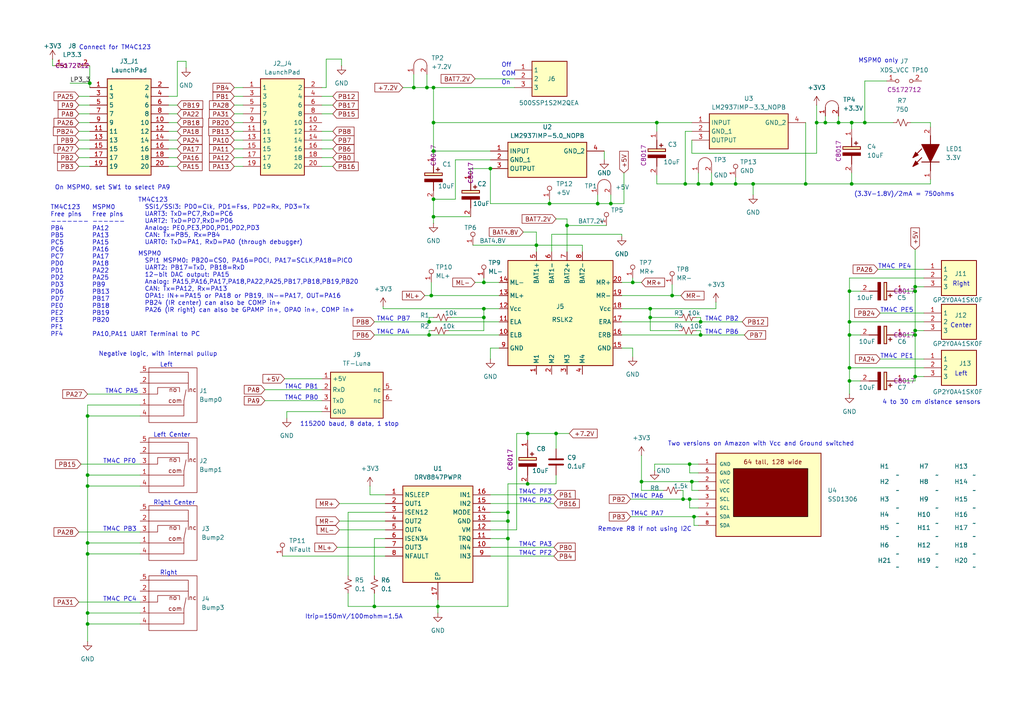
<source format=kicad_sch>
(kicad_sch (version 20250114) (generator "eeschema") (generator_version "9.0")
  (paper "A4")
  (title_block (title "Robotics System Learning Kit") (date "2024-07-03") (rev "v2.0.1") (company "The University of Texas at Austin"))
  (text "TM4C PB7" (at 109.22 93.345 0) (effects (font (size 1.27 1.27)) (justify left bottom)))
  (text "TM4C PE5" (at 255.27 90.805 0) (effects (font (size 1.27 1.27)) (justify left bottom)))
  (text "Negative logic, with internal pullup" (at 28.575 103.505 0) (effects (font (size 1.27 1.27)) (justify left bottom)))
  (text "TM4C PF2" (at 150.495 161.29 0) (effects (font (size 1.27 1.27)) (justify left bottom)))
  (text "TM4C PC4" (at 29.845 174.625 0) (effects (font (size 1.27 1.27)) (justify left bottom)))
  (text "115200 baud, 8 data, 1 stop" (at 86.995 123.825 0) (effects (font (size 1.27 1.27)) (justify left bottom)))
  (text "Right" (at 276.225 83.185 0) (effects (font (size 1.27 1.27)) (justify left bottom)))
  (text "TM4C PA3" (at 150.495 158.75 0) (effects (font (size 1.27 1.27)) (justify left bottom)))
  (text "MSPM0 \nFree pins\n------\nPA12    \nPA13    \nPA15 \nPA16    \nPA17    \nPA18    \nPA22    \nPA25    \nPB9     \nPB13   \nPB17     \nPB18    \nPB19    \nPB20    \n\nPA10,PA11 UART Terminal to PC" (at 26.67 97.79 0) (effects (font (size 1.27 1.27)) (justify left bottom)))
  (text "On" (at 145.415 24.765 0) (effects (font (size 1.27 1.27)) (justify left bottom)))
  (text "TM4C PB2" (at 204.47 93.345 0) (effects (font (size 1.27 1.27)) (justify left bottom)))
  (text "TM4C123 \nFree pins\n-------\nPB4 \nPB5  \nPC5\nPC6\nPC7\nPD0\nPD1\nPD2\nPD3\nPD6\nPD7\nPE0\nPE2\nPE3\nPF1\nPF4" (at 14.605 97.79 0) (effects (font (size 1.27 1.27)) (justify left bottom)))
  (text "TM4C PA4" (at 109.22 97.155 0) (effects (font (size 1.27 1.27)) (justify left bottom)))
  (text "Left Center" (at 44.45 127 0) (effects (font (size 1.27 1.27)) (justify left bottom)))
  (text "Connect for TM4C123" (at 43.815 14.605 0) (effects (font (size 1.27 1.27)) (justify right bottom)))
  (text "Left" (at 46.355 106.68 0) (effects (font (size 1.27 1.27)) (justify left bottom)))
  (text "TM4C PF3" (at 150.495 143.51 0) (effects (font (size 1.27 1.27)) (justify left bottom)))
  (text "TM4C PA6" (at 182.88 144.78 0) (effects (font (size 1.27 1.27)) (justify left bottom)))
  (text "MSPM0 \n  SPI1 MSPM0: PB20=CS0, PA16=POCI, PA17=SCLK,PA18=PICO\n  UART2: PB17=TxD, PB18=RxD\n  12-bit DAC output: PA15 \n  Analog: PA15,PA16,PA17,PA18,PA22,PA25,PB17,PB18,PB19,PB20\n  CAN: Tx=PA12, Rx=PA13\n  OPA1: IN+=PA15 or PA18 or PB19, IN-=PA17, OUT=PA16\n  PB24 (IR center) can also be COMP in+\n  PA26 (IR right) can also be GPAMP in+, OPA0 in+, COMP in+" (at 40.005 90.805 0) (effects (font (size 1.27 1.27)) (justify left bottom)))
  (text "TM4C PB1" (at 82.55 113.03 0) (effects (font (size 1.27 1.27)) (justify left bottom)))
  (text "TM4C PF0" (at 29.845 134.62 0) (effects (font (size 1.27 1.27)) (justify left bottom)))
  (text "Two versions on Amazon with Vcc and Ground switched" (at 193.675 129.54 0) (effects (font (size 1.27 1.27)) (justify left bottom)))
  (text "Itrip=150mV/100mohm=1.5A" (at 116.84 179.705 0) (effects (font (size 1.27 1.27)) (justify right bottom)))
  (text "TM4C PA5" (at 30.48 114.3 0) (effects (font (size 1.27 1.27)) (justify left bottom)))
  (text "Off" (at 145.415 19.685 0) (effects (font (size 1.27 1.27)) (justify left bottom)))
  (text "4 to 30 cm distance sensors" (at 255.905 117.475 0) (effects (font (size 1.27 1.27)) (justify left bottom)))
  (text "TM4C PB6" (at 204.47 97.155 0) (effects (font (size 1.27 1.27)) (justify left bottom)))
  (text "On MSPM0, set SW1 to select PA9" (at 15.875 55.245 0) (effects (font (size 1.27 1.27)) (justify left bottom)))
  (text "Left" (at 276.86 109.22 0) (effects (font (size 1.27 1.27)) (justify left bottom)))
  (text "Remove R8 if not using I2C" (at 173.355 154.305 0) (effects (font (size 1.27 1.27)) (justify left bottom)))
  (text "TM4C PB0" (at 82.55 116.205 0) (effects (font (size 1.27 1.27)) (justify left bottom)))
  (text "Right Center" (at 44.45 146.685 0) (effects (font (size 1.27 1.27)) (justify left bottom)))
  (text "Center" (at 275.59 95.25 0) (effects (font (size 1.27 1.27)) (justify left bottom)))
  (text "TM4C PE4" (at 254.635 78.105 0) (effects (font (size 1.27 1.27)) (justify left bottom)))
  (text "(3.3V-1.8V)/2mA = 750ohms" (at 276.86 57.15 0) (effects (font (size 1.27 1.27)) (justify right bottom)))
  (text "TM4C PB3" (at 29.845 154.305 0) (effects (font (size 1.27 1.27)) (justify left bottom)))
  (text "TM4C PA7" (at 182.88 149.86 0) (effects (font (size 1.27 1.27)) (justify left bottom)))
  (text "MSPM0 only" (at 248.92 18.415 0) (effects (font (size 1.27 1.27)) (justify left bottom)))
  (text "Right" (at 46.355 167.005 0) (effects (font (size 1.27 1.27)) (justify left bottom)))
  (text "COM" (at 145.415 22.225 0) (effects (font (size 1.27 1.27)) (justify left bottom)))
  (text "TM4C PE1" (at 255.27 104.14 0) (effects (font (size 1.27 1.27)) (justify left bottom)))
  (text "TM4C PA2" (at 150.495 146.05 0) (effects (font (size 1.27 1.27)) (justify left bottom)))
  (text "TM4C123\n  SSI1/SSI3: PD0=Clk, PD1=Fss, PD2=Rx, PD3=Tx\n  UART3: TxD=PC7,RxD=PC6\n  UART2: TxD=PD7,RxD=PD6\n  Analog: PE0,PE3,PD0,PD1,PD2,PD3\n  CAN: Tx=PB5, Rx=PB4\n  UART0: TxD=PA1, RxD=PA0 (through debugger)" (at 40.005 71.12 0) (effects (font (size 1.27 1.27)) (justify left bottom)))
  (junction (at 140.335 92.075))
  (junction (at 183.515 81.915))
  (junction (at 153.035 140.335))
  (junction (at 140.335 89.535))
  (junction (at 265.43 84.455))
  (junction (at 198.12 144.78))
  (junction (at 155.575 71.12))
  (junction (at 239.395 35.56))
  (junction (at 247.015 35.56))
  (junction (at 164.465 65.405))
  (junction (at 25.4 177.8))
  (junction (at 108.585 175.895))
  (junction (at 198.755 53.34))
  (junction (at 125.73 62.865))
  (junction (at 190.5 35.56))
  (junction (at 161.29 125.73))
  (junction (at 147.32 151.13))
  (junction (at 236.855 35.56))
  (junction (at 25.4 137.795))
  (junction (at 147.32 148.59))
  (junction (at 201.295 149.86))
  (junction (at 159.385 59.055))
  (junction (at 200.025 134.62))
  (junction (at 186.055 139.7))
  (junction (at 125.73 35.56))
  (junction (at 213.36 53.34))
  (junction (at 25.4 180.975))
  (junction (at 120.015 25.4))
  (junction (at 265.43 109.22))
  (junction (at 25.4 120.65))
  (junction (at 124.46 97.155))
  (junction (at 246.38 97.155))
  (junction (at 243.205 35.56))
  (junction (at 206.375 53.34))
  (junction (at 124.46 93.345))
  (junction (at 125.73 43.815))
  (junction (at 200.66 139.7))
  (junction (at 233.68 53.34))
  (junction (at 142.24 48.895))
  (junction (at 203.2 97.155))
  (junction (at 246.38 84.455))
  (junction (at 153.035 125.73))
  (junction (at 202.565 53.34))
  (junction (at 265.43 95.885))
  (junction (at 177.165 59.055))
  (junction (at 125.095 85.725))
  (junction (at 246.38 93.345))
  (junction (at 188.595 92.075))
  (junction (at 127 175.895))
  (junction (at 140.335 81.915))
  (junction (at 123.825 25.4))
  (junction (at 25.4 160.655))
  (junction (at 247.015 53.34))
  (junction (at 265.43 97.155))
  (junction (at 246.38 110.49))
  (junction (at 125.73 57.785))
  (junction (at 194.945 85.725))
  (junction (at 173.355 59.055))
  (junction (at 250.825 35.56))
  (junction (at 218.44 53.34))
  (junction (at 25.4 157.48))
  (junction (at 246.38 106.68))
  (junction (at 188.595 89.535))
  (junction (at 200.025 144.78))
  (junction (at 147.32 156.21))
  (junction (at 203.2 93.345))
  (junction (at 26.035 24.13))
  (junction (at 125.73 25.4))
  (junction (at 25.4 140.97))
  (junction (at 265.43 83.185))
  (wire (pts (xy 98.425 153.67) (xy 111.76 153.67)))
  (wire (pts (xy 149.86 125.73) (xy 153.035 125.73)))
  (wire (pts (xy 93.345 45.72) (xy 96.52 45.72)))
  (wire (pts (xy 140.335 81.915) (xy 144.78 81.915)))
  (wire (pts (xy 250.825 35.56) (xy 259.08 35.56)))
  (wire (pts (xy 168.91 71.12) (xy 168.91 73.025)))
  (wire (pts (xy 265.43 84.455) (xy 265.43 95.885)))
  (wire (pts (xy 180.34 97.155) (xy 203.2 97.155)))
  (wire (pts (xy 132.08 46.355) (xy 132.08 57.785)))
  (wire (pts (xy 255.27 104.14) (xy 267.97 104.14)))
  (wire (pts (xy 136.525 48.895) (xy 136.525 50.165)))
  (wire (pts (xy 25.4 177.8) (xy 25.4 160.655)))
  (wire (pts (xy 125.73 92.075) (xy 124.46 92.075)))
  (wire (pts (xy 108.585 156.21) (xy 108.585 167.005)))
  (wire (pts (xy 93.345 40.64) (xy 96.52 40.64)))
  (wire (pts (xy 67.945 45.72) (xy 70.485 45.72)))
  (wire (pts (xy 142.24 146.05) (xy 160.655 146.05)))
  (wire (pts (xy 160.02 67.945) (xy 160.02 73.025)))
  (wire (pts (xy 206.375 50.165) (xy 206.375 53.34)))
  (wire (pts (xy 206.375 53.34) (xy 213.36 53.34)))
  (wire (pts (xy 137.795 22.86) (xy 149.225 22.86)))
  (wire (pts (xy 108.585 97.155) (xy 124.46 97.155)))
  (wire (pts (xy 218.44 53.34) (xy 233.68 53.34)))
  (wire (pts (xy 93.345 30.48) (xy 96.52 30.48)))
  (wire (pts (xy 48.895 38.1) (xy 51.435 38.1)))
  (wire (pts (xy 147.32 140.335) (xy 147.32 148.59)))
  (wire (pts (xy 140.335 92.075) (xy 140.335 89.535)))
  (wire (pts (xy 246.38 110.49) (xy 246.38 114.3)))
  (wire (pts (xy 246.38 80.645) (xy 246.38 84.455)))
  (wire (pts (xy 140.335 95.885) (xy 140.335 92.075)))
  (wire (pts (xy 25.4 177.8) (xy 40.64 177.8)))
  (wire (pts (xy 236.855 35.56) (xy 239.395 35.56)))
  (wire (pts (xy 25.4 140.97) (xy 40.64 140.97)))
  (wire (pts (xy 164.465 65.405) (xy 164.465 73.025)))
  (wire (pts (xy 165.1 125.73) (xy 161.29 125.73)))
  (wire (pts (xy 196.85 95.885) (xy 188.595 95.885)))
  (wire (pts (xy 67.945 43.18) (xy 70.485 43.18)))
  (wire (pts (xy 124.46 97.155) (xy 144.78 97.155)))
  (wire (pts (xy 22.86 30.48) (xy 26.035 30.48)))
  (wire (pts (xy 125.73 25.4) (xy 149.225 25.4)))
  (wire (pts (xy 67.945 48.26) (xy 70.485 48.26)))
  (wire (pts (xy 147.32 148.59) (xy 147.32 151.13)))
  (wire (pts (xy 200.66 40.64) (xy 200.66 44.45)))
  (wire (pts (xy 250.825 23.495) (xy 250.825 35.56)))
  (wire (pts (xy 22.86 174.625) (xy 40.64 174.625)))
  (wire (pts (xy 183.515 100.965) (xy 180.34 100.965)))
  (wire (pts (xy 194.945 82.55) (xy 194.945 85.725)))
  (wire (pts (xy 142.24 158.75) (xy 160.655 158.75)))
  (wire (pts (xy 155.575 71.12) (xy 155.575 73.025)))
  (wire (pts (xy 246.38 97.155) (xy 249.555 97.155)))
  (wire (pts (xy 125.73 43.815) (xy 125.73 35.56)))
  (wire (pts (xy 25.4 137.795) (xy 40.64 137.795)))
  (wire (pts (xy 144.78 89.535) (xy 140.335 89.535)))
  (wire (pts (xy 125.095 95.885) (xy 124.46 95.885)))
  (wire (pts (xy 200.66 38.1) (xy 198.755 38.1)))
  (wire (pts (xy 188.595 92.075) (xy 188.595 89.535)))
  (wire (pts (xy 164.465 63.5) (xy 164.465 65.405)))
  (wire (pts (xy 25.4 117.475) (xy 40.64 117.475)))
  (wire (pts (xy 123.825 25.4) (xy 125.73 25.4)))
  (wire (pts (xy 25.4 180.975) (xy 25.4 177.8)))
  (wire (pts (xy 130.175 95.885) (xy 140.335 95.885)))
  (wire (pts (xy 247.015 53.34) (xy 269.875 53.34)))
  (wire (pts (xy 203.2 93.345) (xy 215.265 93.345)))
  (wire (pts (xy 161.29 63.5) (xy 164.465 63.5)))
  (wire (pts (xy 188.595 89.535) (xy 207.645 89.535)))
  (wire (pts (xy 186.055 132.08) (xy 186.055 139.7)))
  (wire (pts (xy 262.255 84.455) (xy 265.43 84.455)))
  (wire (pts (xy 111.76 156.21) (xy 108.585 156.21)))
  (wire (pts (xy 93.345 25.4) (xy 94.615 25.4)))
  (wire (pts (xy 155.575 71.12) (xy 168.91 71.12)))
  (wire (pts (xy 116.84 25.4) (xy 120.015 25.4)))
  (wire (pts (xy 254.635 78.105) (xy 267.97 78.105)))
  (wire (pts (xy 25.4 120.65) (xy 40.64 120.65)))
  (wire (pts (xy 108.585 172.085) (xy 108.585 175.895)))
  (wire (pts (xy 76.835 113.03) (xy 93.345 113.03)))
  (wire (pts (xy 53.975 17.78) (xy 53.975 19.685)))
  (wire (pts (xy 198.12 144.78) (xy 200.025 144.78)))
  (wire (pts (xy 98.425 146.05) (xy 111.76 146.05)))
  (wire (pts (xy 67.945 38.1) (xy 70.485 38.1)))
  (wire (pts (xy 183.515 103.505) (xy 183.515 100.965)))
  (wire (pts (xy 23.495 134.62) (xy 40.64 134.62)))
  (wire (pts (xy 107.315 143.51) (xy 107.315 140.97)))
  (wire (pts (xy 100.965 175.895) (xy 108.585 175.895)))
  (wire (pts (xy 125.73 35.56) (xy 125.73 25.4)))
  (wire (pts (xy 48.895 43.18) (xy 51.435 43.18)))
  (wire (pts (xy 153.035 127.635) (xy 153.035 125.73)))
  (wire (pts (xy 189.865 134.62) (xy 189.865 136.525)))
  (wire (pts (xy 161.29 137.795) (xy 161.29 140.335)))
  (wire (pts (xy 159.385 59.055) (xy 173.355 59.055)))
  (wire (pts (xy 67.945 33.02) (xy 70.485 33.02)))
  (wire (pts (xy 246.38 84.455) (xy 249.555 84.455)))
  (wire (pts (xy 190.5 50.8) (xy 190.5 53.34)))
  (wire (pts (xy 125.095 81.915) (xy 125.095 85.725)))
  (wire (pts (xy 202.565 147.32) (xy 200.025 147.32)))
  (wire (pts (xy 180.34 85.725) (xy 194.945 85.725)))
  (wire (pts (xy 111.125 89.535) (xy 111.125 88.9)))
  (wire (pts (xy 22.86 27.94) (xy 26.035 27.94)))
  (wire (pts (xy 243.205 33.655) (xy 243.205 35.56)))
  (wire (pts (xy 48.895 27.94) (xy 51.435 27.94)))
  (wire (pts (xy 182.88 149.86) (xy 201.295 149.86)))
  (wire (pts (xy 142.24 100.965) (xy 144.78 100.965)))
  (wire (pts (xy 20.32 24.13) (xy 26.035 24.13)))
  (wire (pts (xy 250.825 23.495) (xy 257.175 23.495)))
  (wire (pts (xy 15.875 19.05) (xy 15.24 19.05)))
  (wire (pts (xy 182.88 144.78) (xy 198.12 144.78)))
  (wire (pts (xy 153.035 140.335) (xy 147.32 140.335)))
  (wire (pts (xy 267.97 95.885) (xy 265.43 95.885)))
  (wire (pts (xy 186.055 139.7) (xy 200.66 139.7)))
  (wire (pts (xy 200.025 134.62) (xy 202.565 134.62)))
  (wire (pts (xy 98.425 151.13) (xy 111.76 151.13)))
  (wire (pts (xy 22.86 40.64) (xy 26.035 40.64)))
  (wire (pts (xy 201.295 152.4) (xy 201.295 149.86)))
  (wire (pts (xy 267.97 109.22) (xy 265.43 109.22)))
  (wire (pts (xy 93.345 48.26) (xy 96.52 48.26)))
  (wire (pts (xy 265.43 110.49) (xy 265.43 109.22)))
  (wire (pts (xy 189.865 134.62) (xy 200.025 134.62)))
  (wire (pts (xy 25.4 140.97) (xy 25.4 137.795)))
  (wire (pts (xy 198.12 144.78) (xy 198.12 142.24)))
  (wire (pts (xy 246.38 106.68) (xy 246.38 110.49)))
  (wire (pts (xy 25.4 120.65) (xy 25.4 137.795)))
  (wire (pts (xy 22.86 33.02) (xy 26.035 33.02)))
  (wire (pts (xy 202.565 137.16) (xy 200.025 137.16)))
  (wire (pts (xy 155.575 67.31) (xy 155.575 71.12)))
  (wire (pts (xy 247.015 50.165) (xy 247.015 53.34)))
  (wire (pts (xy 142.24 104.14) (xy 142.24 100.965)))
  (wire (pts (xy 246.38 84.455) (xy 246.38 93.345)))
  (wire (pts (xy 161.29 140.335) (xy 153.035 140.335)))
  (wire (pts (xy 186.055 142.24) (xy 186.055 139.7)))
  (wire (pts (xy 213.36 51.435) (xy 213.36 53.34)))
  (wire (pts (xy 183.515 80.645) (xy 183.515 81.915)))
  (wire (pts (xy 269.875 53.34) (xy 269.875 52.07)))
  (wire (pts (xy 25.4 140.97) (xy 25.4 157.48)))
  (wire (pts (xy 233.68 53.34) (xy 247.015 53.34)))
  (wire (pts (xy 26.035 19.05) (xy 26.035 24.13)))
  (wire (pts (xy 142.24 151.13) (xy 147.32 151.13)))
  (wire (pts (xy 192.405 142.24) (xy 186.055 142.24)))
  (wire (pts (xy 111.76 143.51) (xy 107.315 143.51)))
  (wire (pts (xy 200.025 147.32) (xy 200.025 144.78)))
  (wire (pts (xy 200.025 144.78) (xy 202.565 144.78)))
  (wire (pts (xy 125.73 35.56) (xy 190.5 35.56)))
  (wire (pts (xy 264.16 35.56) (xy 269.875 35.56)))
  (wire (pts (xy 183.515 81.915) (xy 180.34 81.915)))
  (wire (pts (xy 93.345 38.1) (xy 96.52 38.1)))
  (wire (pts (xy 233.68 35.56) (xy 233.68 53.34)))
  (wire (pts (xy 180.34 89.535) (xy 188.595 89.535)))
  (wire (pts (xy 67.945 27.94) (xy 70.485 27.94)))
  (wire (pts (xy 67.945 30.48) (xy 70.485 30.48)))
  (wire (pts (xy 198.12 142.24) (xy 197.485 142.24)))
  (wire (pts (xy 76.835 116.205) (xy 93.345 116.205)))
  (wire (pts (xy 246.38 106.68) (xy 267.97 106.68)))
  (wire (pts (xy 22.86 45.72) (xy 26.035 45.72)))
  (wire (pts (xy 180.34 67.945) (xy 160.02 67.945)))
  (wire (pts (xy 236.855 35.56) (xy 236.855 44.45)))
  (wire (pts (xy 22.86 38.1) (xy 26.035 38.1)))
  (wire (pts (xy 48.895 48.26) (xy 51.435 48.26)))
  (wire (pts (xy 142.24 156.21) (xy 147.32 156.21)))
  (wire (pts (xy 81.915 161.29) (xy 111.76 161.29)))
  (wire (pts (xy 142.24 148.59) (xy 147.32 148.59)))
  (wire (pts (xy 188.595 92.075) (xy 196.85 92.075)))
  (wire (pts (xy 22.86 35.56) (xy 26.035 35.56)))
  (wire (pts (xy 94.615 25.4) (xy 94.615 17.145)))
  (wire (pts (xy 25.4 157.48) (xy 40.64 157.48)))
  (wire (pts (xy 239.395 35.56) (xy 243.205 35.56)))
  (wire (pts (xy 124.46 92.075) (xy 124.46 93.345)))
  (wire (pts (xy 48.895 40.64) (xy 51.435 40.64)))
  (wire (pts (xy 164.465 65.405) (xy 175.895 65.405)))
  (wire (pts (xy 48.895 35.56) (xy 51.435 35.56)))
  (wire (pts (xy 67.945 40.64) (xy 70.485 40.64)))
  (wire (pts (xy 123.825 21.59) (xy 123.825 25.4)))
  (wire (pts (xy 125.73 57.785) (xy 132.08 57.785)))
  (wire (pts (xy 147.32 151.13) (xy 147.32 156.21)))
  (wire (pts (xy 161.29 125.73) (xy 161.29 130.175)))
  (wire (pts (xy 48.895 33.02) (xy 51.435 33.02)))
  (wire (pts (xy 99.06 17.145) (xy 99.06 19.05)))
  (wire (pts (xy 124.46 95.885) (xy 124.46 97.155)))
  (wire (pts (xy 180.975 50.165) (xy 180.975 59.055)))
  (wire (pts (xy 201.93 92.075) (xy 203.2 92.075)))
  (wire (pts (xy 203.2 92.075) (xy 203.2 93.345)))
  (wire (pts (xy 127 175.895) (xy 127 177.8)))
  (wire (pts (xy 93.345 27.94) (xy 96.52 27.94)))
  (wire (pts (xy 25.4 114.3) (xy 40.64 114.3)))
  (wire (pts (xy 25.4 160.655) (xy 40.64 160.655)))
  (wire (pts (xy 136.525 48.895) (xy 142.24 48.895)))
  (wire (pts (xy 22.86 154.305) (xy 40.64 154.305)))
  (wire (pts (xy 239.395 33.655) (xy 239.395 35.56)))
  (wire (pts (xy 173.355 56.515) (xy 173.355 59.055)))
  (wire (pts (xy 67.945 25.4) (xy 70.485 25.4)))
  (wire (pts (xy 190.5 35.56) (xy 200.66 35.56)))
  (wire (pts (xy 198.755 53.34) (xy 202.565 53.34)))
  (wire (pts (xy 267.97 83.185) (xy 265.43 83.185)))
  (wire (pts (xy 183.515 81.915) (xy 186.055 81.915)))
  (wire (pts (xy 125.73 57.785) (xy 125.73 62.865)))
  (wire (pts (xy 147.32 175.895) (xy 127 175.895)))
  (wire (pts (xy 132.08 46.355) (xy 142.24 46.355)))
  (wire (pts (xy 111.125 89.535) (xy 140.335 89.535)))
  (wire (pts (xy 26.035 24.13) (xy 26.035 25.4)))
  (wire (pts (xy 203.2 95.885) (xy 203.2 97.155)))
  (wire (pts (xy 25.4 180.975) (xy 25.4 186.055)))
  (wire (pts (xy 246.38 110.49) (xy 249.555 110.49)))
  (wire (pts (xy 265.43 83.185) (xy 265.43 72.39)))
  (wire (pts (xy 93.345 43.18) (xy 96.52 43.18)))
  (wire (pts (xy 123.825 25.4) (xy 120.015 25.4)))
  (wire (pts (xy 142.24 143.51) (xy 160.655 143.51)))
  (wire (pts (xy 153.035 125.73) (xy 161.29 125.73)))
  (wire (pts (xy 159.385 57.785) (xy 159.385 59.055)))
  (wire (pts (xy 82.55 109.855) (xy 93.345 109.855)))
  (wire (pts (xy 207.645 87.63) (xy 207.645 89.535)))
  (wire (pts (xy 142.24 59.055) (xy 159.385 59.055)))
  (wire (pts (xy 15.24 19.05) (xy 15.24 17.145)))
  (wire (pts (xy 265.43 97.155) (xy 265.43 95.885)))
  (wire (pts (xy 177.165 59.055) (xy 180.975 59.055)))
  (wire (pts (xy 137.795 81.915) (xy 140.335 81.915)))
  (wire (pts (xy 200.66 139.7) (xy 202.565 139.7)))
  (wire (pts (xy 123.19 85.725) (xy 125.095 85.725)))
  (wire (pts (xy 147.32 156.21) (xy 147.32 175.895)))
  (wire (pts (xy 262.255 110.49) (xy 265.43 110.49)))
  (wire (pts (xy 125.73 43.815) (xy 142.24 43.815)))
  (wire (pts (xy 100.965 148.59) (xy 100.965 167.005)))
  (wire (pts (xy 83.185 119.38) (xy 83.185 121.285)))
  (wire (pts (xy 190.5 53.34) (xy 198.755 53.34)))
  (wire (pts (xy 247.015 37.465) (xy 247.015 35.56)))
  (wire (pts (xy 125.73 62.865) (xy 136.525 62.865)))
  (wire (pts (xy 202.565 50.165) (xy 202.565 53.34)))
  (wire (pts (xy 97.79 158.75) (xy 111.76 158.75)))
  (wire (pts (xy 246.38 93.345) (xy 246.38 97.155)))
  (wire (pts (xy 108.585 175.895) (xy 127 175.895)))
  (wire (pts (xy 236.855 35.56) (xy 236.855 30.48)))
  (wire (pts (xy 203.2 97.155) (xy 215.9 97.155)))
  (wire (pts (xy 180.34 68.58) (xy 180.34 67.945)))
  (wire (pts (xy 194.945 85.725) (xy 197.485 85.725)))
  (wire (pts (xy 243.205 35.56) (xy 247.015 35.56)))
  (wire (pts (xy 22.86 43.18) (xy 26.035 43.18)))
  (wire (pts (xy 137.16 71.12) (xy 155.575 71.12)))
  (wire (pts (xy 201.295 149.86) (xy 202.565 149.86)))
  (wire (pts (xy 108.585 93.345) (xy 124.46 93.345)))
  (wire (pts (xy 120.015 21.59) (xy 120.015 25.4)))
  (wire (pts (xy 201.93 95.885) (xy 203.2 95.885)))
  (wire (pts (xy 124.46 93.345) (xy 144.78 93.345)))
  (wire (pts (xy 255.27 90.805) (xy 267.97 90.805)))
  (wire (pts (xy 142.24 153.67) (xy 149.86 153.67)))
  (wire (pts (xy 51.435 17.78) (xy 53.975 17.78)))
  (wire (pts (xy 202.565 152.4) (xy 201.295 152.4)))
  (wire (pts (xy 48.895 30.48) (xy 51.435 30.48)))
  (wire (pts (xy 218.44 53.34) (xy 218.44 56.515)))
  (wire (pts (xy 125.73 43.815) (xy 125.73 45.085)))
  (wire (pts (xy 200.025 137.16) (xy 200.025 134.62)))
  (wire (pts (xy 200.66 44.45) (xy 236.855 44.45)))
  (wire (pts (xy 22.86 48.26) (xy 26.035 48.26)))
  (wire (pts (xy 246.38 97.155) (xy 246.38 106.68)))
  (wire (pts (xy 67.945 35.56) (xy 70.485 35.56)))
  (wire (pts (xy 51.435 27.94) (xy 51.435 17.78)))
  (wire (pts (xy 202.565 142.24) (xy 200.66 142.24)))
  (wire (pts (xy 111.76 148.59) (xy 100.965 148.59)))
  (wire (pts (xy 93.345 33.02) (xy 96.52 33.02)))
  (wire (pts (xy 151.765 67.31) (xy 155.575 67.31)))
  (wire (pts (xy 125.73 62.865) (xy 125.73 64.77)))
  (wire (pts (xy 93.345 119.38) (xy 83.185 119.38)))
  (wire (pts (xy 262.255 97.155) (xy 265.43 97.155)))
  (wire (pts (xy 25.4 180.975) (xy 40.64 180.975)))
  (wire (pts (xy 25.4 117.475) (xy 25.4 120.65)))
  (wire (pts (xy 130.81 92.075) (xy 140.335 92.075)))
  (wire (pts (xy 246.38 93.345) (xy 267.97 93.345)))
  (wire (pts (xy 190.5 35.56) (xy 190.5 38.1)))
  (wire (pts (xy 265.43 109.22) (xy 265.43 97.155)))
  (wire (pts (xy 202.565 53.34) (xy 206.375 53.34)))
  (wire (pts (xy 25.4 160.655) (xy 25.4 157.48)))
  (wire (pts (xy 265.43 83.185) (xy 265.43 84.455)))
  (wire (pts (xy 100.965 172.085) (xy 100.965 175.895)))
  (wire (pts (xy 269.875 35.56) (xy 269.875 36.83)))
  (wire (pts (xy 142.24 161.29) (xy 160.655 161.29)))
  (wire (pts (xy 127 173.99) (xy 127 175.895)))
  (wire (pts (xy 198.755 38.1) (xy 198.755 53.34)))
  (wire (pts (xy 200.66 142.24) (xy 200.66 139.7)))
  (wire (pts (xy 177.165 59.055) (xy 173.355 59.055)))
  (wire (pts (xy 180.34 93.345) (xy 203.2 93.345)))
  (wire (pts (xy 94.615 17.145) (xy 99.06 17.145)))
  (wire (pts (xy 140.335 80.645) (xy 140.335 81.915)))
  (wire (pts (xy 149.86 153.67) (xy 149.86 125.73)))
  (wire (pts (xy 175.26 43.815) (xy 175.26 46.355)))
  (wire (pts (xy 125.095 85.725) (xy 144.78 85.725)))
  (wire (pts (xy 177.165 56.515) (xy 177.165 59.055)))
  (wire (pts (xy 188.595 95.885) (xy 188.595 92.075)))
  (wire (pts (xy 247.015 35.56) (xy 250.825 35.56)))
  (wire (pts (xy 246.38 80.645) (xy 267.97 80.645)))
  (wire (pts (xy 142.24 48.895) (xy 142.24 59.055)))
  (wire (pts (xy 48.895 45.72) (xy 51.435 45.72)))
  (wire (pts (xy 213.36 53.34) (xy 218.44 53.34)))
  (label "LP3_3" (at 20.32 24.13 0))
  (global_label "PA26" (shape input) (at 22.86 35.56 180) (property "Intersheetrefs" "${INTERSHEET_REFS}" (effects (hide yes))))
  (global_label "PA8" (shape input) (at 76.835 113.03 180) (property "Intersheetrefs" "${INTERSHEET_REFS}" (effects (hide yes))))
  (global_label "ML-" (shape input) (at 137.795 81.915 180) (property "Intersheetrefs" "${INTERSHEET_REFS}" (effects (hide yes))))
  (global_label "+5V" (shape input) (at 265.43 72.39 90) (property "Intersheetrefs" "${INTERSHEET_REFS}" (effects (hide yes))))
  (global_label "PA10" (shape input) (at 67.945 40.64 180) (property "Intersheetrefs" "${INTERSHEET_REFS}" (effects (hide yes))))
  (global_label "PA13" (shape input) (at 67.945 48.26 180) (property "Intersheetrefs" "${INTERSHEET_REFS}" (effects (hide yes))))
  (global_label "MR+" (shape input) (at 186.055 81.915 0) (property "Intersheetrefs" "${INTERSHEET_REFS}" (effects (hide yes))))
  (global_label "PB0" (shape input) (at 160.655 158.75 0) (property "Intersheetrefs" "${INTERSHEET_REFS}" (effects (hide yes))))
  (global_label "+5V" (shape input) (at 180.975 50.165 90) (property "Intersheetrefs" "${INTERSHEET_REFS}" (effects (hide yes))))
  (global_label "PB24" (shape input) (at 22.86 38.1 180) (property "Intersheetrefs" "${INTERSHEET_REFS}" (effects (hide yes))))
  (global_label "PA15" (shape input) (at 51.435 48.26 0) (property "Intersheetrefs" "${INTERSHEET_REFS}" (effects (hide yes))))
  (global_label "PA27" (shape input) (at 25.4 114.3 180) (property "Intersheetrefs" "${INTERSHEET_REFS}" (effects (hide yes))))
  (global_label "PB13" (shape input) (at 67.945 38.1 180) (property "Intersheetrefs" "${INTERSHEET_REFS}" (effects (hide yes))))
  (global_label "PA22" (shape input) (at 51.435 33.02 0) (property "Intersheetrefs" "${INTERSHEET_REFS}" (effects (hide yes))))
  (global_label "PB3" (shape input) (at 22.86 48.26 180) (property "Intersheetrefs" "${INTERSHEET_REFS}" (effects (hide yes))))
  (global_label "PB4" (shape input) (at 67.945 25.4 180) (property "Intersheetrefs" "${INTERSHEET_REFS}" (effects (hide yes))))
  (global_label "PA28" (shape input) (at 67.945 30.48 180) (property "Intersheetrefs" "${INTERSHEET_REFS}" (effects (hide yes))))
  (global_label "PB2" (shape input) (at 22.86 45.72 180) (property "Intersheetrefs" "${INTERSHEET_REFS}" (effects (hide yes))))
  (global_label "PB1" (shape input) (at 160.655 143.51 0) (property "Intersheetrefs" "${INTERSHEET_REFS}" (effects (hide yes))))
  (global_label "PA25" (shape input) (at 22.86 27.94 180) (property "Intersheetrefs" "${INTERSHEET_REFS}" (effects (hide yes))))
  (global_label "PB3" (shape input) (at 182.88 149.86 180) (property "Intersheetrefs" "${INTERSHEET_REFS}" (effects (hide yes))))
  (global_label "PA26" (shape input) (at 254.635 78.105 180) (property "Intersheetrefs" "${INTERSHEET_REFS}" (effects (hide yes))))
  (global_label "PB2" (shape input) (at 182.88 144.78 180) (property "Intersheetrefs" "${INTERSHEET_REFS}" (effects (hide yes))))
  (global_label "BAT4.8V" (shape input) (at 151.765 67.31 180) (property "Intersheetrefs" "${INTERSHEET_REFS}" (effects (hide yes))))
  (global_label "PB19" (shape input) (at 51.435 30.48 0) (property "Intersheetrefs" "${INTERSHEET_REFS}" (effects (hide yes))))
  (global_label "PA18" (shape input) (at 51.435 38.1 0) (property "Intersheetrefs" "${INTERSHEET_REFS}" (effects (hide yes))))
  (global_label "PA24" (shape input) (at 255.27 104.14 180) (property "Intersheetrefs" "${INTERSHEET_REFS}" (effects (hide yes))))
  (global_label "PB8" (shape input) (at 108.585 93.345 180) (property "Intersheetrefs" "${INTERSHEET_REFS}" (effects (hide yes))))
  (global_label "PA8" (shape input) (at 22.86 33.02 180) (property "Intersheetrefs" "${INTERSHEET_REFS}" (effects (hide yes))))
  (global_label "PB12" (shape input) (at 215.265 93.345 0) (property "Intersheetrefs" "${INTERSHEET_REFS}" (effects (hide yes))))
  (global_label "PA28" (shape input) (at 22.86 154.305 180) (property "Intersheetrefs" "${INTERSHEET_REFS}" (effects (hide yes))))
  (global_label "PB6" (shape input) (at 108.585 97.155 180) (property "Intersheetrefs" "${INTERSHEET_REFS}" (effects (hide yes))))
  (global_label "BAT7.2V" (shape input) (at 161.29 63.5 180) (property "Intersheetrefs" "${INTERSHEET_REFS}" (effects (hide yes))))
  (global_label "ML-" (shape input) (at 98.425 153.67 180) (property "Intersheetrefs" "${INTERSHEET_REFS}" (effects (hide yes))))
  (global_label "PB8" (shape input) (at 96.52 38.1 0) (property "Intersheetrefs" "${INTERSHEET_REFS}" (effects (hide yes))))
  (global_label "PB17" (shape input) (at 96.52 30.48 0) (property "Intersheetrefs" "${INTERSHEET_REFS}" (effects (hide yes))))
  (global_label "+5V" (shape input) (at 82.55 109.855 180) (property "Intersheetrefs" "${INTERSHEET_REFS}" (effects (hide yes))))
  (global_label "PB6" (shape input) (at 96.52 43.18 0) (property "Intersheetrefs" "${INTERSHEET_REFS}" (effects (hide yes))))
  (global_label "BAT7.2V" (shape input) (at 137.795 22.86 180) (property "Intersheetrefs" "${INTERSHEET_REFS}" (effects (hide yes))))
  (global_label "PB7" (shape input) (at 96.52 40.64 0) (property "Intersheetrefs" "${INTERSHEET_REFS}" (effects (hide yes))))
  (global_label "PB7" (shape input) (at 215.9 97.155 0) (property "Intersheetrefs" "${INTERSHEET_REFS}" (effects (hide yes))))
  (global_label "PA16" (shape input) (at 51.435 45.72 0) (property "Intersheetrefs" "${INTERSHEET_REFS}" (effects (hide yes))))
  (global_label "PB16" (shape input) (at 96.52 48.26 0) (property "Intersheetrefs" "${INTERSHEET_REFS}" (effects (hide yes))))
  (global_label "PA24" (shape input) (at 51.435 40.64 0) (property "Intersheetrefs" "${INTERSHEET_REFS}" (effects (hide yes))))
  (global_label "PB9" (shape input) (at 22.86 40.64 180) (property "Intersheetrefs" "${INTERSHEET_REFS}" (effects (hide yes))))
  (global_label "PB18" (shape input) (at 51.435 35.56 0) (property "Intersheetrefs" "${INTERSHEET_REFS}" (effects (hide yes))))
  (global_label "PB0" (shape input) (at 96.52 45.72 0) (property "Intersheetrefs" "${INTERSHEET_REFS}" (effects (hide yes))))
  (global_label "PA9" (shape input) (at 76.835 116.205 180) (property "Intersheetrefs" "${INTERSHEET_REFS}" (effects (hide yes))))
  (global_label "PA11" (shape input) (at 67.945 43.18 180) (property "Intersheetrefs" "${INTERSHEET_REFS}" (effects (hide yes))))
  (global_label "PA31" (shape input) (at 67.945 33.02 180) (property "Intersheetrefs" "${INTERSHEET_REFS}" (effects (hide yes))))
  (global_label "PB20" (shape input) (at 67.945 35.56 180) (property "Intersheetrefs" "${INTERSHEET_REFS}" (effects (hide yes))))
  (global_label "+7.2V" (shape input) (at 165.1 125.73 0) (property "Intersheetrefs" "${INTERSHEET_REFS}" (effects (hide yes))))
  (global_label "PA12" (shape input) (at 67.945 45.72 180) (property "Intersheetrefs" "${INTERSHEET_REFS}" (effects (hide yes))))
  (global_label "PB15" (shape input) (at 96.52 33.02 0) (property "Intersheetrefs" "${INTERSHEET_REFS}" (effects (hide yes))))
  (global_label "PB12" (shape input) (at 96.52 27.94 0) (property "Intersheetrefs" "${INTERSHEET_REFS}" (effects (hide yes))))
  (global_label "PB24" (shape input) (at 255.27 90.805 180) (property "Intersheetrefs" "${INTERSHEET_REFS}" (effects (hide yes))))
  (global_label "MR+" (shape input) (at 98.425 146.05 180) (property "Intersheetrefs" "${INTERSHEET_REFS}" (effects (hide yes))))
  (global_label "PA27" (shape input) (at 22.86 43.18 180) (property "Intersheetrefs" "${INTERSHEET_REFS}" (effects (hide yes))))
  (global_label "PA31" (shape input) (at 22.86 174.625 180) (property "Intersheetrefs" "${INTERSHEET_REFS}" (effects (hide yes))))
  (global_label "PA9" (shape input) (at 22.86 30.48 180) (property "Intersheetrefs" "${INTERSHEET_REFS}" (effects (hide yes))))
  (global_label "PB4" (shape input) (at 160.655 161.29 0) (property "Intersheetrefs" "${INTERSHEET_REFS}" (effects (hide yes))))
  (global_label "PB15" (shape input) (at 23.495 134.62 180) (property "Intersheetrefs" "${INTERSHEET_REFS}" (effects (hide yes))))
  (global_label "+7.2V" (shape input) (at 116.84 25.4 180) (property "Intersheetrefs" "${INTERSHEET_REFS}" (effects (hide yes))))
  (global_label "PB16" (shape input) (at 160.655 146.05 0) (property "Intersheetrefs" "${INTERSHEET_REFS}" (effects (hide yes))))
  (global_label "PA17" (shape input) (at 51.435 43.18 0) (property "Intersheetrefs" "${INTERSHEET_REFS}" (effects (hide yes))))
  (global_label "PB1" (shape input) (at 67.945 27.94 180) (property "Intersheetrefs" "${INTERSHEET_REFS}" (effects (hide yes))))
  (global_label "ML+" (shape input) (at 97.79 158.75 180) (property "Intersheetrefs" "${INTERSHEET_REFS}" (effects (hide yes))))
  (global_label "ML+" (shape input) (at 123.19 85.725 180) (property "Intersheetrefs" "${INTERSHEET_REFS}" (effects (hide yes))))
  (global_label "MR-" (shape input) (at 197.485 85.725 0) (property "Intersheetrefs" "${INTERSHEET_REFS}" (effects (hide yes))))
  (global_label "MR-" (shape input) (at 98.425 151.13 180) (property "Intersheetrefs" "${INTERSHEET_REFS}" (effects (hide yes))))
  (symbol (lib_id "RSLK2:Testpoint_1") (at 83.82 161.29 0) (unit 1)
    (property "Reference" "TP11" (at 83.82 156.845 0) (effects (justify left)))
    (property "Value" "NFault" (at 83.82 159.385 0) (effects (justify left)))
    (property "Footprint" "RSLK2:Testpoint_1x1" (effects (hide yes)))
  )
  (symbol (lib_id "RSLK2:MountingHole") (at 271.78 164.465 0) (unit 1)
    (property "Reference" "H19" (at 267.97 162.56 0))
    (property "Value" "~" (at 271.78 164.465 0))
    (property "Footprint" "RSLK2:MountingHole_4_40" (effects (hide yes)))
  )
  (symbol (lib_id "RSLK2:MountingHole") (at 260.35 147.32 0) (unit 1)
    (property "Reference" "H3" (at 256.54 144.78 0))
    (property "Value" "~" (at 260.35 147.32 0))
    (property "Footprint" "RSLK2:MountingHole_4_40" (effects (hide yes)))
  )
  (symbol (lib_id "power:GND") (at 183.515 103.505 0) (unit 1)
    (property "Reference" "#PWR05" (effects (hide yes)))
    (property "Value" "GND" (at 183.515 108.585 0))
  )
  (symbol (lib_id "RSLK2:LM2937IMP-5.0_NOPB") (at 142.24 43.815 0) (unit 1)
    (property "Reference" "U2" (at 158.75 36.83 0))
    (property "Value" "LM2937IMP-5.0_NOPB" (at 158.75 39.37 0))
    (property "Footprint" "RSLK2:SOT230P700X180-4N" (effects (hide yes)))
    (property "Datasheet" "https://www.ti.com/lit/ds/symlink/lm2937.pdf?ts=1607582693087&ref_url=https%253A%252F%252Fwww.ti.com%252Fsitesearch%252Fdocs%252Funiversalsearch.tsp%253FsearchTerm%253DLM2937IMP-3.3%252FNOPB" (effects (hide yes)))
    (property "Height" "1.8" (effects (hide yes)))
    (property "Mouser Part Number" "926-LM2937IMP5.0NOPB " (effects (hide yes)))
    (property "Mouser Price/Stock" "926-LM2937IMP5.0NOPB " (effects (hide yes)))
    (property "Manufacturer_Name" "Texas Instruments" (effects (hide yes)))
    (property "Manufacturer_Part_Number" "LM2937IMP-3.3/NOPB" (effects (hide yes)))
    (property "LCSC" "C42249" (effects (hide yes)))
  )
  (symbol (lib_id "RSLK2:MountingHole") (at 282.575 137.795 0) (unit 1)
    (property "Reference" "H13" (at 278.765 135.255 0))
    (property "Value" "~" (at 282.575 137.795 0))
    (property "Footprint" "RSLK2:MountingHole_4_40" (effects (hide yes)))
  )
  (symbol (lib_id "RSLK2:D2F-01L30-D3_5pin") (at 45.72 157.48 0) (unit 1)
    (property "Reference" "J3" (at 58.42 153.3525 0) (effects (justify left)))
    (property "Value" "Bump2" (at 58.42 155.8925 0) (effects (justify left)))
    (property "Footprint" "RSLK2:D2F-01L30-D3_5pin" (effects (hide yes)))
  )
  (symbol (lib_id "RSLK2:RSLK2") (at 156.845 89.535 0) (unit 1)
    (property "Reference" "J5" (at 161.29 88.9 0) (effects (justify left)))
    (property "Value" "RSLK2" (at 160.02 92.71 0) (effects (justify left)))
    (property "Footprint" "RSLK2:RSLK_Chassis" (effects (hide yes)))
  )
  (symbol (lib_id "power:GND") (at 142.24 104.14 0) (unit 1)
    (property "Reference" "#PWR06" (effects (hide yes)))
    (property "Value" "GND" (at 142.24 109.22 0))
  )
  (symbol (lib_id "RSLK2:TF-Luna") (at 102.87 114.935 0) (unit 1)
    (property "Reference" "J9" (at 103.505 102.87 0))
    (property "Value" "TF-Luna" (at 103.505 105.41 0))
    (property "Footprint" "RSLK2:JST-GH_1x06_1.25mm" (effects (hide yes)))
    (property "Datasheet" "https://en.benewake.com/TFLuna/index_proid_328.html" (effects (hide yes)))
  )
  (symbol (lib_id "RSLK2:MountingHole") (at 260.35 137.795 0) (unit 1)
    (property "Reference" "H1" (at 256.54 135.255 0))
    (property "Value" "~" (at 260.35 137.795 0))
    (property "Footprint" "RSLK2:MountingHole_4_40" (effects (hide yes)))
  )
  (symbol (lib_id "RSLK2:Header_2") (at 262.255 23.495 0) (unit 1)
    (property "Reference" "J7" (at 262.255 17.78 0))
    (property "Value" "XDS_VCC TP10" (at 262.255 20.32 0))
    (property "Footprint" "RSLK2:PinHeader_1x02_P2.54mm_Vertical" (effects (hide yes)))
    (property "LCSC" "C5172712" (at 262.255 26.035 0))
  )
  (symbol (lib_id "RSLK2:MountingHole") (at 271.78 137.795 0) (unit 1)
    (property "Reference" "H7" (at 267.97 135.255 0))
    (property "Value" "~" (at 271.78 137.795 0))
    (property "Footprint" "RSLK2:MountingHole_4_40" (effects (hide yes)))
  )
  (symbol (lib_id "RSLK2:R_0603_1500") (at 194.945 142.24 90) (unit 1)
    (property "Reference" "R8" (at 189.865 141.605 90))
    (property "Value" "1.5k" (at 197.485 140.97 90))
    (property "Footprint" "RSLK2:R_0603_1608Metric" (effects (hide yes)))
    (property "Datasheet" "https://users.ece.utexas.edu/~valvano/mspm0/CarbonFilmresistors.pdf" (effects (hide yes)))
    (property "LCSC" "C216914" (effects (hide yes)))
  )
  (symbol (lib_id "RSLK2:SSD1306") (at 222.885 146.685 0) (unit 1)
    (property "Reference" "U4" (at 240.03 142.24 0) (effects (justify left)))
    (property "Value" "SSD1306" (at 240.03 144.78 0) (effects (justify left)))
    (property "Footprint" "RSLK2:SSD1306" (effects (hide yes)))
    (property "Datasheet" "https://www.seeedstudio.com/Grove-OLED-Display-0-66-SSD1306-v1-0-p-5096.html" (effects (hide yes)))
    (property "Distributor" "Amazib" (effects (hide yes)))
    (property "Manufacturer" "https://www.amazon.com/s?k=SSD1306" (effects (hide yes)))
    (property "P/N" "713-104020248" (effects (hide yes)))
    (property "Cost" "5.50" (effects (hide yes)))
  )
  (symbol (lib_id "RSLK2:M22-7130342") (at 267.97 90.805 0) (unit 1)
    (property "Reference" "J12" (at 276.86 91.44 0) (effects (justify left)))
    (property "Value" "GP2Y0A41SK0F" (at 270.51 99.695 0) (effects (justify left)))
    (property "Footprint" "RSLK2:SHDR3W50P0X200_1X3_650X240X440P" (effects (hide yes)))
    (property "Datasheet" "https://cdn.harwin.com/pdfs/M22-713.pdf" (effects (hide yes)))
    (property "Height" "4.4" (effects (hide yes)))
    (property "Mouser Part Number" "855-M22-7130342" (effects (hide yes)))
    (property "Mouser Price/Stock" "https://www.mouser.co.uk/ProductDetail/Harwin/M22-7130342?qs=ulE8k0yEMYayWQDoDALDQw%3D%3D" (effects (hide yes)))
    (property "Manufacturer_Name" "Harwin" (effects (hide yes)))
    (property "Manufacturer_Part_Number" "M22-7130342" (effects (hide yes)))
  )
  (symbol (lib_id "power:GND") (at 180.34 68.58 0) (unit 1)
    (property "Reference" "#PWR08" (effects (hide yes)))
    (property "Value" "GND" (at 180.34 73.66 0))
  )
  (symbol (lib_id "RSLK2:MountingHole") (at 271.78 160.655 0) (unit 1)
    (property "Reference" "H12" (at 267.97 158.115 0))
    (property "Value" "~" (at 271.78 160.655 0))
    (property "Footprint" "RSLK2:MountingHole_4_40" (effects (hide yes)))
  )
  (symbol (lib_id "RSLK2:D2F-01L30-D3_5pin") (at 45.72 137.795 0) (unit 1)
    (property "Reference" "J2" (at 57.785 133.6675 0) (effects (justify left)))
    (property "Value" "Bump1" (at 57.785 136.2075 0) (effects (justify left)))
    (property "Footprint" "RSLK2:D2F-01L30-D3_5pin" (effects (hide yes)))
  )
  (symbol (lib_id "RSLK2:MountingHole") (at 260.35 155.575 0) (unit 1)
    (property "Reference" "H5" (at 256.54 153.035 0))
    (property "Value" "~" (at 260.35 155.575 0))
    (property "Footprint" "RSLK2:MountingHole_4_40" (effects (hide yes)))
  )
  (symbol (lib_id "RSLK2:Testpoint_1") (at 127 81.915 0) (unit 1)
    (property "Reference" "TP10" (at 126.365 77.47 0) (effects (justify left)))
    (property "Value" "ML+" (at 126.365 80.01 0) (effects (justify left)))
    (property "Footprint" "RSLK2:Testpoint_1x1" (effects (hide yes)))
  )
  (symbol (lib_id "RSLK2:Testpoint") (at 204.47 50.165 0) (unit 1)
    (property "Reference" "TP3" (at 207.01 46.355 0) (effects (justify left)))
    (property "Value" "GND" (at 207.01 50.8 0) (effects (justify left)))
    (property "Footprint" "RSLK2:Testpoint_1x02_P2.54mm" (effects (hide yes)))
  )
  (symbol (lib_id "RSLK2:C_603") (at 161.29 133.985 0) (unit 1)
    (property "Reference" "C9" (at 164.465 132.715 0) (effects (justify left)))
    (property "Value" "0.1uF" (at 164.465 135.255 0) (effects (justify left)))
    (property "Footprint" "RSLK2:C_0603_1608Metric" (effects (hide yes)))
    (property "LCSC" "C5186689" (effects (hide yes)))
  )
  (symbol (lib_id "power:GND") (at 125.73 64.77 0) (unit 1)
    (property "Reference" "#PWR01" (effects (hide yes)))
    (property "Value" "GND" (at 125.73 69.85 0))
  )
  (symbol (lib_id "RSLK2:TAJB106K020RNJ") (at 262.255 110.49 180) (unit 1)
    (property "Reference" "C7" (at 261.62 112.395 0))
    (property "Value" "10uF" (at 251.46 112.395 0))
    (property "Footprint" "RSLK2:CAPPM3528X210N" (effects (hide yes)))
    (property "Datasheet" "http://datasheets.avx.com/TAJ.pdf" (effects (hide yes)))
    (property "Height" "2.1" (effects (hide yes)))
    (property "Mouser Part Number" "581-TAJB106K020R" (effects (hide yes)))
    (property "Mouser Price/Stock" "https://www.mouser.co.uk/ProductDetail/AVX/TAJB106K020RNJ?qs=wgedUHV26DU9fTMcPwz0xA%3D%3D" (effects (hide yes)))
    (property "Manufacturer_Name" "Kyocera AVX" (effects (hide yes)))
    (property "Manufacturer_Part_Number" "TAJB106K020RNJ" (effects (hide yes)))
    (property "LCSC" "C8017" (at 262.255 110.49 0))
  )
  (symbol (lib_id "RSLK2:MountingHole") (at 282.575 155.575 0) (unit 1)
    (property "Reference" "H17" (at 278.765 153.035 0))
    (property "Value" "~" (at 282.575 155.575 0))
    (property "Footprint" "RSLK2:MountingHole_4_40" (effects (hide yes)))
  )
  (symbol (lib_id "power:GND") (at 218.44 56.515 0) (unit 1)
    (property "Reference" "#PWR0107" (effects (hide yes)))
    (property "Value" "GND" (at 218.44 61.595 0))
  )
  (symbol (lib_id "RSLK2:MountingHole") (at 260.35 160.655 0) (unit 1)
    (property "Reference" "H6" (at 256.54 158.115 0))
    (property "Value" "~" (at 260.35 160.655 0))
    (property "Footprint" "RSLK2:MountingHole_4_40" (effects (hide yes)))
  )
  (symbol (lib_id "RSLK2:MountingHole") (at 260.35 164.465 0) (unit 1)
    (property "Reference" "H21" (at 256.54 162.56 0))
    (property "Value" "~" (at 260.35 164.465 0))
    (property "Footprint" "RSLK2:MountingHole_4_40" (effects (hide yes)))
  )
  (symbol (lib_id "RSLK2:Testpoint_1") (at 161.29 57.785 0) (unit 1)
    (property "Reference" "TP12" (at 161.29 53.34 0) (effects (justify left)))
    (property "Value" "+5V" (at 161.29 55.88 0) (effects (justify left)))
    (property "Footprint" "RSLK2:Testpoint_1x1" (effects (hide yes)))
  )
  (symbol (lib_id "RSLK2:MountingHole") (at 271.78 151.765 0) (unit 1)
    (property "Reference" "H10" (at 267.97 149.225 0))
    (property "Value" "~" (at 271.78 151.765 0))
    (property "Footprint" "RSLK2:MountingHole_4_40" (effects (hide yes)))
  )
  (symbol (lib_id "power:+3V3") (at 111.125 88.9 0) (unit 1)
    (property "Reference" "#PWR010" (effects (hide yes)))
    (property "Value" "+3V3" (at 111.125 83.82 0))
  )
  (symbol (lib_id "RSLK2:R_1206") (at 108.585 169.545 0) (unit 1)
    (property "Reference" "R6" (at 110.49 168.275 0) (effects (justify left)))
    (property "Value" "0.1" (at 110.49 170.815 0) (effects (justify left)))
    (property "Footprint" "RSLK2:R_1206_3216Metric" (effects (hide yes)))
    (property "Datasheet" "https://users.ece.utexas.edu/~valvano/mspm0/CarbonFilmresistors.pdf" (effects (hide yes)))
    (property "LCSC" "C2889036" (effects (hide yes)))
  )
  (symbol (lib_id "RSLK2:Testpoint_1") (at 177.8 65.405 0) (unit 1)
    (property "Reference" "TP5" (at 177.165 60.96 0) (effects (justify left)))
    (property "Value" "BAT7.2V" (at 167.64 64.135 0) (effects (justify left)))
    (property "Footprint" "RSLK2:Testpoint_1x1" (effects (hide yes)))
  )
  (symbol (lib_id "RSLK2:TAJB106K020RNJ") (at 247.015 37.465 270) (unit 1)
    (property "Reference" "C4" (at 251.46 42.545 90) (effects (justify left)))
    (property "Value" "10uF" (at 251.46 45.085 90) (effects (justify left)))
    (property "Footprint" "RSLK2:CAPPM3528X210N" (effects (hide yes)))
    (property "Datasheet" "http://datasheets.avx.com/TAJ.pdf" (effects (hide yes)))
    (property "Height" "2.1" (effects (hide yes)))
    (property "Mouser Part Number" "581-TAJB106K020R" (effects (hide yes)))
    (property "Mouser Price/Stock" "https://www.mouser.co.uk/ProductDetail/AVX/TAJB106K020RNJ?qs=wgedUHV26DU9fTMcPwz0xA%3D%3D" (effects (hide yes)))
    (property "Manufacturer_Name" "Kyocera AVX" (effects (hide yes)))
    (property "Manufacturer_Part_Number" "TAJB106K020RNJ" (effects (hide yes)))
    (property "LCSC" "C8017" (at 243.205 43.815 0))
  )
  (symbol (lib_id "RSLK2:LM2937IMP-3.3_NOPB") (at 200.66 35.56 0) (unit 1)
    (property "Reference" "U3" (at 217.17 28.575 0))
    (property "Value" "LM2937IMP-3.3_NOPB" (at 217.17 31.115 0))
    (property "Footprint" "RSLK2:SOT230P700X180-4N" (effects (hide yes)))
    (property "Datasheet" "https://www.ti.com/lit/ds/symlink/lm2937.pdf?ts=1607582693087&ref_url=https%253A%252F%252Fwww.ti.com%252Fsitesearch%252Fdocs%252Funiversalsearch.tsp%253FsearchTerm%253DLM2937IMP-3.3%252FNOPB" (effects (hide yes)))
    (property "Height" "1.8" (effects (hide yes)))
    (property "Mouser Part Number" "926-LM2937IMP3.3NOPB" (effects (hide yes)))
    (property "Mouser Price/Stock" "https://www.mouser.co.uk/ProductDetail/Texas-Instruments/LM2937IMP-3.3-NOPB?qs=X1J7HmVL2ZFVwNOBcwuxRQ%3D%3D" (effects (hide yes)))
    (property "Manufacturer_Name" "Texas Instruments" (effects (hide yes)))
    (property "Manufacturer_Part_Number" "LM2937IMP-3.3/NOPB" (effects (hide yes)))
    (property "LCSC" "C140265" (effects (hide yes)))
  )
  (symbol (lib_id "power:+3V3") (at 15.24 17.145 0) (unit 1)
    (property "Reference" "#PWR012" (effects (hide yes)))
    (property "Value" "+3V3" (at 15.24 13.335 0))
  )
  (symbol (lib_id "RSLK2:APTD1608LSECK_J3-PF") (at 269.875 52.07 90) (unit 1)
    (property "Reference" "LED1" (at 274.32 43.18 90) (effects (justify right)))
    (property "Value" "3.3V" (at 274.32 45.72 90) (effects (justify right)))
    (property "Footprint" "RSLK2:APT1608CGCK" (effects (hide yes)))
    (property "Datasheet" "https://www.kingbrightusa.com/images/catalog/SPEC/APTD1608LSECK-J3-PF.pdf" (effects (hide yes)))
    (property "Height" "0.75" (effects (hide yes)))
    (property "Mouser Part Number" "604-APTD1608LSECKJ3F" (effects (hide yes)))
    (property "Mouser Price/Stock" "https://www.mouser.co.uk/ProductDetail/Kingbright/APTD1608LSECK-J3-PF?qs=6oMev5NRZMF205XngnIJQg%3D%3D" (effects (hide yes)))
    (property "Manufacturer_Name" "Kingbright" (effects (hide yes)))
    (property "Manufacturer_Part_Number" "APTD1608LSECK/J3-PF" (effects (hide yes)))
    (property "LCSC" "C5879214" (effects (hide yes)))
  )
  (symbol (lib_id "RSLK2:MountingHole") (at 271.78 142.24 0) (unit 1)
    (property "Reference" "H8" (at 267.97 139.7 0))
    (property "Value" "~" (at 271.78 142.24 0))
    (property "Footprint" "RSLK2:MountingHole_4_40" (effects (hide yes)))
  )
  (symbol (lib_id "RSLK2:MountingHole") (at 282.575 164.465 0) (unit 1)
    (property "Reference" "H20" (at 278.765 162.56 0))
    (property "Value" "~" (at 282.575 164.465 0))
    (property "Footprint" "RSLK2:MountingHole_4_40" (effects (hide yes)))
  )
  (symbol (lib_id "RSLK2:Testpoint") (at 241.3 33.655 0) (unit 1)
    (property "Reference" "TP4" (at 244.475 28.8924 0) (effects (justify left)))
    (property "Value" "+3.3V" (at 244.475 31.4324 0) (effects (justify left)))
    (property "Footprint" "RSLK2:Testpoint_1x02_P2.54mm" (effects (hide yes)))
  )
  (symbol (lib_id "RSLK2:TAJB106K020RNJ") (at 262.255 84.455 180) (unit 1)
    (property "Reference" "C5" (at 262.89 86.36 0) (effects (justify left)))
    (property "Value" "10uF" (at 253.365 86.36 0) (effects (justify left)))
    (property "Footprint" "RSLK2:CAPPM3528X210N" (effects (hide yes)))
    (property "Datasheet" "http://datasheets.avx.com/TAJ.pdf" (effects (hide yes)))
    (property "Height" "2.1" (effects (hide yes)))
    (property "Mouser Part Number" "581-TAJB106K020R" (effects (hide yes)))
    (property "Mouser Price/Stock" "https://www.mouser.co.uk/ProductDetail/AVX/TAJB106K020RNJ?qs=wgedUHV26DU9fTMcPwz0xA%3D%3D" (effects (hide yes)))
    (property "Manufacturer_Name" "Kyocera AVX" (effects (hide yes)))
    (property "Manufacturer_Part_Number" "TAJB106K020RNJ" (effects (hide yes)))
    (property "LCSC" "C8017" (at 262.255 84.455 0))
  )
  (symbol (lib_id "RSLK2:R_0603") (at 127.635 95.885 90) (unit 1)
    (property "Reference" "R2" (at 123.19 94.615 90))
    (property "Value" "10k" (at 130.175 94.615 90))
    (property "Footprint" "RSLK2:R_0603_1608Metric" (effects (hide yes)))
    (property "Datasheet" "https://users.ece.utexas.edu/~valvano/mspm0/CarbonFilmresistors.pdf" (effects (hide yes)))
    (property "LCSC" "C340542" (effects (hide yes)))
  )
  (symbol (lib_id "RSLK2:D2F-01L30-D3_5pin") (at 45.72 117.475 0) (unit 1)
    (property "Reference" "J1" (at 57.785 113.3475 0) (effects (justify left)))
    (property "Value" "Bump0" (at 57.785 115.8875 0) (effects (justify left)))
    (property "Footprint" "RSLK2:D2F-01L30-D3_5pin" (effects (hide yes)))
  )
  (symbol (lib_id "power:GND") (at 25.4 186.055 0) (unit 1)
    (property "Reference" "#PWR03" (effects (hide yes)))
    (property "Value" "GND" (at 25.4 191.135 0))
  )
  (symbol (lib_id "power:+3V3") (at 107.315 140.97 0) (unit 1)
    (property "Reference" "#PWR017" (effects (hide yes)))
    (property "Value" "+3V3" (at 107.315 135.89 0))
  )
  (symbol (lib_id "power:GND") (at 127 177.8 0) (unit 1)
    (property "Reference" "#PWR016" (effects (hide yes)))
    (property "Value" "GND" (at 127 182.88 0))
  )
  (symbol (lib_id "power:GND") (at 99.06 19.05 0) (unit 1)
    (property "Reference" "#PWR014" (effects (hide yes)))
    (property "Value" "GND" (at 99.06 24.13 0))
  )
  (symbol (lib_id "RSLK2:R_1206") (at 100.965 169.545 0) (unit 1)
    (property "Reference" "R5" (at 102.87 168.275 0) (effects (justify left)))
    (property "Value" "0.1" (at 102.87 170.815 0) (effects (justify left)))
    (property "Footprint" "RSLK2:R_1206_3216Metric" (effects (hide yes)))
    (property "Datasheet" "https://users.ece.utexas.edu/~valvano/mspm0/CarbonFilmresistors.pdf" (effects (hide yes)))
    (property "LCSC" "C2889036" (effects (hide yes)))
  )
  (symbol (lib_id "RSLK2:MountingHole") (at 282.575 142.24 0) (unit 1)
    (property "Reference" "H14" (at 278.765 139.7 0))
    (property "Value" "~" (at 282.575 142.24 0))
    (property "Footprint" "RSLK2:MountingHole_4_40" (effects (hide yes)))
  )
  (symbol (lib_id "RSLK2:MountingHole") (at 282.575 160.655 0) (unit 1)
    (property "Reference" "H18" (at 278.765 158.115 0))
    (property "Value" "~" (at 282.575 160.655 0))
    (property "Footprint" "RSLK2:MountingHole_4_40" (effects (hide yes)))
  )
  (symbol (lib_id "power:GND") (at 53.975 19.685 0) (unit 1)
    (property "Reference" "#PWR013" (effects (hide yes)))
    (property "Value" "GND" (at 53.975 24.765 0))
  )
  (symbol (lib_id "RSLK2:MountingHole") (at 271.78 147.32 0) (unit 1)
    (property "Reference" "H9" (at 267.97 144.78 0))
    (property "Value" "~" (at 271.78 147.32 0))
    (property "Footprint" "RSLK2:MountingHole_4_40" (effects (hide yes)))
  )
  (symbol (lib_id "RSLK2:TAJB106K020RNJ") (at 190.5 38.1 270) (unit 1)
    (property "Reference" "C3" (at 193.675 41.91 90) (effects (justify left)))
    (property "Value" "10uF" (at 192.405 46.99 90) (effects (justify left)))
    (property "Footprint" "RSLK2:CAPPM3528X210N" (effects (hide yes)))
    (property "Datasheet" "http://datasheets.avx.com/TAJ.pdf" (effects (hide yes)))
    (property "Height" "2.1" (effects (hide yes)))
    (property "Mouser Part Number" "581-TAJB106K020R" (effects (hide yes)))
    (property "Mouser Price/Stock" "https://www.mouser.co.uk/ProductDetail/AVX/TAJB106K020RNJ?qs=wgedUHV26DU9fTMcPwz0xA%3D%3D" (effects (hide yes)))
    (property "Manufacturer_Name" "Kyocera AVX" (effects (hide yes)))
    (property "Manufacturer_Part_Number" "TAJB106K020RNJ" (effects (hide yes)))
    (property "LCSC" "C8017" (at 186.69 45.085 0))
  )
  (symbol (lib_id "RSLK2:MountingHole") (at 282.575 147.32 0) (unit 1)
    (property "Reference" "H15" (at 278.765 144.78 0))
    (property "Value" "~" (at 282.575 147.32 0))
    (property "Footprint" "RSLK2:MountingHole_4_40" (effects (hide yes)))
  )
  (symbol (lib_id "RSLK2:Testpoint_1") (at 142.24 80.645 0) (unit 1)
    (property "Reference" "TP9" (at 141.605 76.2 0) (effects (justify left)))
    (property "Value" "ML-" (at 141.605 78.74 0) (effects (justify left)))
    (property "Footprint" "RSLK2:Testpoint_1x1" (effects (hide yes)))
  )
  (symbol (lib_id "RSLK2:500SSP1S2M2QEA") (at 149.225 20.32 0) (unit 1)
    (property "Reference" "J6" (at 158.75 22.86 0) (effects (justify left)))
    (property "Value" "500SSP1S2M2QEA" (at 150.495 29.845 0) (effects (justify left)))
    (property "Footprint" "RSLK2:500SSP1S2M2QEA" (effects (hide yes)))
    (property "Datasheet" "https://configured-product-images.s3.amazonaws.com/2D/specs/500SSP1S2M2QEA.pdf" (effects (hide yes)))
    (property "Height" "6.6" (effects (hide yes)))
    (property "Mouser Part Number" "612-500SSP1S2M2QEA" (effects (hide yes)))
    (property "Mouser Price/Stock" "https://www.mouser.co.uk/ProductDetail/E-Switch/500SSP1S2M2QEA?qs=f57gQzlyLipU%252BL4xPBemOw%3D%3D" (effects (hide yes)))
    (property "Manufacturer_Name" "E-Switch" (effects (hide yes)))
    (property "Manufacturer_Part_Number" "500SSP1S2M2QEA" (effects (hide yes)))
    (property "LCSC" "C2913788" (effects (hide yes)))
  )
  (symbol (lib_id "RSLK2:M22-7130342") (at 267.97 78.105 0) (unit 1)
    (property "Reference" "J11" (at 276.86 79.375 0) (effects (justify left)))
    (property "Value" "GP2Y0A41SK0F" (at 270.51 86.995 0) (effects (justify left)))
    (property "Footprint" "RSLK2:SHDR3W50P0X200_1X3_650X240X440P" (effects (hide yes)))
    (property "Datasheet" "https://cdn.harwin.com/pdfs/M22-713.pdf" (effects (hide yes)))
    (property "Height" "4.4" (effects (hide yes)))
    (property "Mouser Part Number" "855-M22-7130342" (effects (hide yes)))
    (property "Mouser Price/Stock" "https://www.mouser.co.uk/ProductDetail/Harwin/M22-7130342?qs=ulE8k0yEMYayWQDoDALDQw%3D%3D" (effects (hide yes)))
    (property "Manufacturer_Name" "Harwin" (effects (hide yes)))
    (property "Manufacturer_Part_Number" "M22-7130342" (effects (hide yes)))
  )
  (symbol (lib_id "RSLK2:TAJB106K020RNJ") (at 153.035 127.635 270) (unit 1)
    (property "Reference" "C8" (at 155.575 130.175 90) (effects (justify left)))
    (property "Value" "10uF" (at 154.305 136.525 90) (effects (justify left)))
    (property "Footprint" "RSLK2:CAPPM3528X210N" (effects (hide yes)))
    (property "Datasheet" "http://datasheets.avx.com/TAJ.pdf" (effects (hide yes)))
    (property "Height" "2.1" (effects (hide yes)))
    (property "Mouser Part Number" "581-TAJB106K020R" (effects (hide yes)))
    (property "Mouser Price/Stock" "https://www.mouser.co.uk/ProductDetail/AVX/TAJB106K020RNJ?qs=wgedUHV26DU9fTMcPwz0xA%3D%3D" (effects (hide yes)))
    (property "Manufacturer_Name" "Kyocera AVX" (effects (hide yes)))
    (property "Manufacturer_Part_Number" "TAJB106K020RNJ" (effects (hide yes)))
    (property "LCSC" "C8017" (at 147.955 133.35 0))
  )
  (symbol (lib_id "RSLK2:M22-7130342") (at 267.97 104.14 0) (unit 1)
    (property "Reference" "J13" (at 278.13 105.41 0) (effects (justify left)))
    (property "Value" "GP2Y0A41SK0F" (at 270.51 113.665 0) (effects (justify left)))
    (property "Footprint" "RSLK2:SHDR3W50P0X200_1X3_650X240X440P" (effects (hide yes)))
    (property "Datasheet" "https://cdn.harwin.com/pdfs/M22-713.pdf" (effects (hide yes)))
    (property "Height" "4.4" (effects (hide yes)))
    (property "Mouser Part Number" "855-M22-7130342" (effects (hide yes)))
    (property "Mouser Price/Stock" "https://www.mouser.co.uk/ProductDetail/Harwin/M22-7130342?qs=ulE8k0yEMYayWQDoDALDQw%3D%3D" (effects (hide yes)))
    (property "Manufacturer_Name" "Harwin" (effects (hide yes)))
    (property "Manufacturer_Part_Number" "M22-7130342" (effects (hide yes)))
  )
  (symbol (lib_id "RSLK2:MountingHole") (at 260.35 151.765 0) (unit 1)
    (property "Reference" "H4" (at 256.54 149.225 0))
    (property "Value" "~" (at 260.35 151.765 0))
    (property "Footprint" "RSLK2:MountingHole_4_40" (effects (hide yes)))
  )
  (symbol (lib_id "RSLK2:DRV8847PWPR") (at 111.76 143.51 0) (unit 1)
    (property "Reference" "U1" (at 127 135.89 0))
    (property "Value" "DRV8847PWPR" (at 127 138.43 0))
    (property "Footprint" "RSLK2:SOP65P640X120-17N" (effects (hide yes)))
    (property "Datasheet" "http://www.ti.com/general/docs/lit/getliterature.tsp?genericPartNumber=DRV8847&fileType=pdf&HQS=ti-null-null-sf-df-pf-sep-wwe&DCM=yes" (effects (hide yes)))
    (property "Height" "1.2" (effects (hide yes)))
    (property "Mouser Part Number" "595-DRV8847PWPR" (effects (hide yes)))
    (property "Mouser Price/Stock" "https://www.mouser.co.uk/ProductDetail/Texas-Instruments/DRV8847PWPR?qs=w%2Fv1CP2dgqrvdo8J8mfnIQ%3D%3D" (effects (hide yes)))
    (property "Manufacturer_Name" "Texas Instruments" (effects (hide yes)))
    (property "Manufacturer_Part_Number" "DRV8847PWPR" (effects (hide yes)))
    (property "LCSC" "C544361" (effects (hide yes)))
  )
  (symbol (lib_id "RSLK2:R_0603") (at 199.39 95.885 90) (unit 1)
    (property "Reference" "R4" (at 196.85 94.615 90))
    (property "Value" "10k" (at 201.93 94.615 90))
    (property "Footprint" "RSLK2:R_0603_1608Metric" (effects (hide yes)))
    (property "Datasheet" "https://users.ece.utexas.edu/~valvano/mspm0/CarbonFilmresistors.pdf" (effects (hide yes)))
    (property "LCSC" "C340542" (effects (hide yes)))
  )
  (symbol (lib_id "RSLK2:MountingHole") (at 282.575 151.765 0) (unit 1)
    (property "Reference" "H16" (at 278.765 149.225 0))
    (property "Value" "~" (at 282.575 151.765 0))
    (property "Footprint" "RSLK2:MountingHole_4_40" (effects (hide yes)))
  )
  (symbol (lib_id "RSLK2:Testpoint_1") (at 215.265 51.435 0) (unit 1)
    (property "Reference" "TP13" (at 214.63 46.99 0) (effects (justify left)))
    (property "Value" "GND" (at 214.63 49.53 0) (effects (justify left)))
    (property "Footprint" "RSLK2:Testpoint_1x1" (effects (hide yes)))
  )
  (symbol (lib_id "power:+3V3") (at 236.855 30.48 0) (unit 1)
    (property "Reference" "#PWR07" (effects (hide yes)))
    (property "Value" "+3V3" (at 236.855 25.4 0))
  )
  (symbol (lib_id "RSLK2:Testpoint") (at 121.92 21.59 0) (unit 1)
    (property "Reference" "TP2" (at 125.095 16.8274 0) (effects (justify left)))
    (property "Value" "+7.2V" (at 125.095 19.3674 0) (effects (justify left)))
    (property "Footprint" "RSLK2:Testpoint_1x02_P2.54mm" (effects (hide yes)))
  )
  (symbol (lib_id "RSLK2:Testpoint") (at 175.26 56.515 0) (unit 1)
    (property "Reference" "TP1" (at 169.545 53.975 0) (effects (justify left)))
    (property "Value" "+5V" (at 178.435 54.2924 0) (effects (justify left)))
    (property "Footprint" "RSLK2:Testpoint_1x02_P2.54mm" (effects (hide yes)))
  )
  (symbol (lib_id "RSLK2:R_0603") (at 128.27 92.075 90) (unit 1)
    (property "Reference" "R1" (at 123.19 91.44 90))
    (property "Value" "10k" (at 130.81 90.805 90))
    (property "Footprint" "RSLK2:R_0603_1608Metric" (effects (hide yes)))
    (property "Datasheet" "https://users.ece.utexas.edu/~valvano/mspm0/CarbonFilmresistors.pdf" (effects (hide yes)))
    (property "LCSC" "C340542" (effects (hide yes)))
  )
  (symbol (lib_id "RSLK2:MountingHole") (at 271.78 155.575 0) (unit 1)
    (property "Reference" "H11" (at 267.97 153.035 0))
    (property "Value" "~" (at 271.78 155.575 0))
    (property "Footprint" "RSLK2:MountingHole_4_40" (effects (hide yes)))
  )
  (symbol (lib_id "RSLK2:Header_2") (at 20.955 19.05 0) (unit 1)
    (property "Reference" "J8" (at 20.955 13.335 0))
    (property "Value" "LP3.3" (at 20.955 15.875 0))
    (property "Footprint" "RSLK2:PinHeader_1x02_P2.54mm_Vertical" (effects (hide yes)))
    (property "LCSC" "C5172712" (at 20.955 19.05 0))
  )
  (symbol (lib_id "RSLK2:Testpoint_1") (at 196.85 82.55 0) (unit 1)
    (property "Reference" "TP8" (at 196.215 78.105 0) (effects (justify left)))
    (property "Value" "MR-" (at 196.215 80.645 0) (effects (justify left)))
    (property "Footprint" "RSLK2:Testpoint_1x1" (effects (hide yes)))
  )
  (symbol (lib_id "RSLK2:TAJB106K020RNJ") (at 136.525 50.165 270) (unit 1)
    (property "Reference" "C2" (at 138.43 53.34 90) (effects (justify left)))
    (property "Value" "10uF" (at 137.16 59.055 90) (effects (justify left)))
    (property "Footprint" "RSLK2:CAPPM3528X210N" (effects (hide yes)))
    (property "Datasheet" "http://datasheets.avx.com/TAJ.pdf" (effects (hide yes)))
    (property "Height" "2.1" (effects (hide yes)))
    (property "Mouser Part Number" "581-TAJB106K020R" (effects (hide yes)))
    (property "Mouser Price/Stock" "https://www.mouser.co.uk/ProductDetail/AVX/TAJB106K020RNJ?qs=wgedUHV26DU9fTMcPwz0xA%3D%3D" (effects (hide yes)))
    (property "Manufacturer_Name" "Kyocera AVX" (effects (hide yes)))
    (property "Manufacturer_Part_Number" "TAJB106K020RNJ" (effects (hide yes)))
    (property "LCSC" "C8017" (at 136.525 50.165 0))
  )
  (symbol (lib_id "RSLK2:MountingHole") (at 260.35 142.24 0) (unit 1)
    (property "Reference" "H2" (at 256.54 139.7 0))
    (property "Value" "~" (at 260.35 142.24 0))
    (property "Footprint" "RSLK2:MountingHole_4_40" (effects (hide yes)))
  )
  (symbol (lib_id "power:GND") (at 189.865 136.525 0) (unit 1)
    (property "Reference" "#PWR018" (effects (hide yes)))
    (property "Value" "GND" (at 192.405 136.525 0))
  )
  (symbol (lib_id "power:GND") (at 83.185 121.285 0) (unit 1)
    (property "Reference" "#PWR04" (effects (hide yes)))
    (property "Value" "GND" (at 83.185 126.365 0))
  )
  (symbol (lib_id "power:+3V3") (at 207.645 87.63 0) (unit 1)
    (property "Reference" "#PWR011" (effects (hide yes)))
    (property "Value" "+3V3" (at 207.645 82.55 0))
  )
  (symbol (lib_id "power:GND") (at 246.38 114.3 0) (unit 1)
    (property "Reference" "#PWR02" (effects (hide yes)))
    (property "Value" "GND" (at 246.38 119.38 0))
  )
  (symbol (lib_id "RSLK2:D2F-01L30-D3_5pin") (at 45.72 177.8 0) (unit 1)
    (property "Reference" "J4" (at 58.42 173.6725 0) (effects (justify left)))
    (property "Value" "Bump3" (at 58.42 176.2125 0) (effects (justify left)))
    (property "Footprint" "RSLK2:D2F-01L30-D3_5pin" (effects (hide yes)))
  )
  (symbol (lib_id "power:+3V3") (at 186.055 132.08 0) (unit 1)
    (property "Reference" "#PWR09" (effects (hide yes)))
    (property "Value" "+3V3" (at 186.055 127 0))
  )
  (symbol (lib_id "RSLK2:Testpoint_1") (at 139.065 71.12 0) (unit 1)
    (property "Reference" "TP6" (at 134.62 66.04 0) (effects (justify left)))
    (property "Value" "BAT4.8V" (at 139.065 69.85 0) (effects (justify left)))
    (property "Footprint" "RSLK2:Testpoint_1x1" (effects (hide yes)))
  )
  (symbol (lib_id "RSLK2:R_0603_750") (at 261.62 35.56 270) (unit 1)
    (property "Reference" "R7" (at 261.62 29.21 90))
    (property "Value" "750" (at 261.62 31.75 90))
    (property "Footprint" "RSLK2:R_0603_1608Metric" (effects (hide yes)))
    (property "Datasheet" "https://users.ece.utexas.edu/~valvano/mspm0/CarbonFilmresistors.pdf" (effects (hide yes)))
    (property "LCSC" "C365210" (effects (hide yes)))
  )
  (symbol (lib_id "power:GND") (at 175.26 46.355 0) (unit 1)
    (property "Reference" "#PWR015" (effects (hide yes)))
    (property "Value" "GND" (at 175.26 50.165 0))
  )
  (symbol (lib_id "RSLK2:TAJB106K020RNJ") (at 125.73 45.085 270) (unit 1)
    (property "Reference" "C1" (at 128.27 47.625 90) (effects (justify left)))
    (property "Value" "10uF" (at 127 53.975 90) (effects (justify left)))
    (property "Footprint" "RSLK2:CAPPM3528X210N" (effects (hide yes)))
    (property "Datasheet" "http://datasheets.avx.com/TAJ.pdf" (effects (hide yes)))
    (property "Height" "2.1" (effects (hide yes)))
    (property "Mouser Part Number" "581-TAJB106K020R" (effects (hide yes)))
    (property "Mouser Price/Stock" "https://www.mouser.co.uk/ProductDetail/AVX/TAJB106K020RNJ?qs=wgedUHV26DU9fTMcPwz0xA%3D%3D" (effects (hide yes)))
    (property "Manufacturer_Name" "Kyocera AVX" (effects (hide yes)))
    (property "Manufacturer_Part_Number" "TAJB106K020RNJ" (effects (hide yes)))
    (property "LCSC" "C8017" (at 125.73 45.085 0))
  )
  (symbol (lib_id "RSLK2:TAJB106K020RNJ") (at 262.255 97.155 180) (unit 1)
    (property "Reference" "C6" (at 261.62 99.06 0))
    (property "Value" "10uF" (at 251.46 99.06 0))
    (property "Footprint" "RSLK2:CAPPM3528X210N" (effects (hide yes)))
    (property "Datasheet" "http://datasheets.avx.com/TAJ.pdf" (effects (hide yes)))
    (property "Height" "2.1" (effects (hide yes)))
    (property "Mouser Part Number" "581-TAJB106K020R" (effects (hide yes)))
    (property "Mouser Price/Stock" "https://www.mouser.co.uk/ProductDetail/AVX/TAJB106K020RNJ?qs=wgedUHV26DU9fTMcPwz0xA%3D%3D" (effects (hide yes)))
    (property "Manufacturer_Name" "Kyocera AVX" (effects (hide yes)))
    (property "Manufacturer_Part_Number" "TAJB106K020RNJ" (effects (hide yes)))
    (property "LCSC" "C8017" (at 262.255 97.155 0))
  )
  (symbol (lib_id "RSLK2:LaunchPad") (at 70.485 25.4 0) (unit 1)
    (property "Reference" "J2_J4" (at 81.915 18.415 0))
    (property "Value" "LaunchPad" (at 81.915 20.955 0))
    (property "Footprint" "RSLK2:LaunchPad" (effects (hide yes)))
    (property "Datasheet" "https://cdn.harwin.com/pdfs/M20-876P.pdf" (effects (hide yes)))
    (property "Height" "11.45" (effects (hide yes)))
    (property "Mouser Part Number" "855-M20-8761042P" (effects (hide yes)))
    (property "Mouser Price/Stock" "https://www.mouser.co.uk/ProductDetail/Harwin/M20-8761042P?qs=WS5Jv%252B%252Bx1qUdN2s5gTwNtA%3D%3D" (effects (hide yes)))
    (property "Manufacturer_Name" "Harwin" (effects (hide yes)))
    (property "Manufacturer_Part_Number" "M20-8761042P" (effects (hide yes)))
    (property "LCSC" "C5160784" (effects (hide yes)))
  )
  (symbol (lib_id "RSLK2:LaunchPad") (at 26.035 25.4 0) (unit 1)
    (property "Reference" "J3_J1" (at 37.465 17.78 0))
    (property "Value" "LaunchPad" (at 37.465 20.32 0))
    (property "Footprint" "RSLK2:LaunchPad" (effects (hide yes)))
    (property "Datasheet" "https://cdn.harwin.com/pdfs/M20-876P.pdf" (effects (hide yes)))
    (property "Height" "11.45" (effects (hide yes)))
    (property "Mouser Part Number" "855-M20-8761042P" (effects (hide yes)))
    (property "Mouser Price/Stock" "https://www.mouser.co.uk/ProductDetail/Harwin/M20-8761042P?qs=WS5Jv%252B%252Bx1qUdN2s5gTwNtA%3D%3D" (effects (hide yes)))
    (property "Manufacturer_Name" "Harwin" (effects (hide yes)))
    (property "Manufacturer_Part_Number" "M20-8761042P" (effects (hide yes)))
    (property "LCSC" "C5160784" (effects (hide yes)))
  )
  (symbol (lib_id "RSLK2:R_0603") (at 199.39 92.075 90) (unit 1)
    (property "Reference" "R3" (at 196.85 90.805 90))
    (property "Value" "10k" (at 201.295 90.805 90))
    (property "Footprint" "RSLK2:R_0603_1608Metric" (effects (hide yes)))
    (property "Datasheet" "https://users.ece.utexas.edu/~valvano/mspm0/CarbonFilmresistors.pdf" (effects (hide yes)))
    (property "LCSC" "C340542" (effects (hide yes)))
  )
  (symbol (lib_id "RSLK2:Testpoint_1") (at 185.42 80.645 0) (unit 1)
    (property "Reference" "TP7" (at 185.42 76.2 0) (effects (justify left)))
    (property "Value" "MR+" (at 185.42 78.74 0) (effects (justify left)))
    (property "Footprint" "RSLK2:Testpoint_1x1" (effects (hide yes)))
  )
)
</source>
